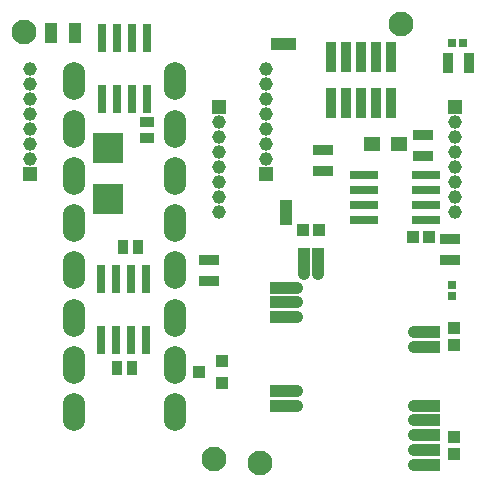
<source format=gts>
%FSLAX24Y24*%
%MOIN*%
G70*
G01*
G75*
G04 Layer_Color=8388736*
%ADD10C,0.0098*%
%ADD11R,0.0354X0.0315*%
%ADD12C,0.0276*%
%ADD13R,0.0276X0.0394*%
%ADD14R,0.0236X0.0886*%
%ADD15R,0.0591X0.0295*%
%ADD16R,0.0295X0.0591*%
%ADD17R,0.0354X0.0315*%
%ADD18R,0.0492X0.0433*%
%ADD19R,0.0906X0.0906*%
%ADD20R,0.0315X0.0354*%
%ADD21R,0.0197X0.0236*%
%ADD22R,0.0236X0.0197*%
%ADD23R,0.0394X0.0276*%
%ADD24R,0.0315X0.0630*%
%ADD25R,0.0846X0.0335*%
%ADD26C,0.0335*%
%ADD27R,0.0335X0.0846*%
%ADD28R,0.0886X0.0236*%
%ADD29R,0.0299X0.0945*%
%ADD30C,0.0100*%
%ADD31C,0.0079*%
%ADD32C,0.0138*%
%ADD33C,0.0118*%
%ADD34O,0.0669X0.1181*%
%ADD35R,0.0380X0.0380*%
%ADD36C,0.0380*%
%ADD37C,0.0380*%
%ADD38R,0.0630X0.0315*%
%ADD39R,0.0906X0.0236*%
%ADD40R,0.0630X0.1063*%
%ADD41R,0.0358X0.0480*%
%ADD42R,0.0480X0.0358*%
%ADD43R,0.0118X0.0295*%
%ADD44R,0.2165X0.0827*%
%ADD45C,0.0236*%
%ADD46C,0.0394*%
%ADD47C,0.0039*%
%ADD48C,0.0063*%
%ADD49R,0.0433X0.0246*%
%ADD50R,0.0246X0.0433*%
%ADD51R,0.0434X0.0395*%
%ADD52C,0.0827*%
%ADD53R,0.0356X0.0474*%
%ADD54R,0.0316X0.0966*%
%ADD55R,0.0671X0.0375*%
%ADD56R,0.0375X0.0671*%
%ADD57R,0.0434X0.0395*%
%ADD58R,0.0572X0.0513*%
%ADD59R,0.0986X0.0986*%
%ADD60R,0.0395X0.0434*%
%ADD61R,0.0277X0.0316*%
%ADD62R,0.0316X0.0277*%
%ADD63R,0.0474X0.0356*%
%ADD64R,0.0395X0.0710*%
%ADD65R,0.0926X0.0415*%
%ADD66C,0.0415*%
%ADD67R,0.0415X0.0926*%
%ADD68R,0.0966X0.0316*%
%ADD69R,0.0379X0.1025*%
%ADD70O,0.0749X0.1261*%
%ADD71R,0.0460X0.0460*%
%ADD72C,0.0460*%
D49*
X9331Y9021D02*
D03*
D50*
X9247Y14646D02*
D03*
D51*
X9331Y9232D02*
D03*
Y8799D02*
D03*
X14921Y984D02*
D03*
Y1535D02*
D03*
X14921Y4606D02*
D03*
Y5157D02*
D03*
D52*
X8465Y669D02*
D03*
X13150Y15315D02*
D03*
X6929Y787D02*
D03*
X591Y15039D02*
D03*
D53*
X3878Y7874D02*
D03*
X4390D02*
D03*
X3689Y3819D02*
D03*
X4201D02*
D03*
D54*
X3187Y14843D02*
D03*
Y12795D02*
D03*
X3687D02*
D03*
X4187D02*
D03*
X4687D02*
D03*
X3687Y14843D02*
D03*
X4187D02*
D03*
X4687D02*
D03*
X3148Y6811D02*
D03*
Y4764D02*
D03*
X3648D02*
D03*
X4148D02*
D03*
X4648D02*
D03*
X3648Y6811D02*
D03*
X4148D02*
D03*
X4648D02*
D03*
D55*
X10551Y10404D02*
D03*
Y11093D02*
D03*
X13898Y10915D02*
D03*
Y11604D02*
D03*
X14803Y7451D02*
D03*
Y8140D02*
D03*
X6772Y6742D02*
D03*
Y7431D02*
D03*
D56*
X14734Y14016D02*
D03*
X15423D02*
D03*
D57*
X6417Y3701D02*
D03*
X7205Y3327D02*
D03*
Y4075D02*
D03*
D58*
X12175Y11299D02*
D03*
X13100D02*
D03*
D59*
X3386Y9469D02*
D03*
Y11171D02*
D03*
D60*
X9882Y8425D02*
D03*
X10433D02*
D03*
X13543Y8189D02*
D03*
X14094D02*
D03*
X9035Y14646D02*
D03*
X9469D02*
D03*
D61*
X14843Y6614D02*
D03*
Y6220D02*
D03*
D62*
Y14685D02*
D03*
X15236D02*
D03*
D63*
X4685Y11516D02*
D03*
Y12028D02*
D03*
D64*
X1496Y15001D02*
D03*
X2283D02*
D03*
D65*
X9262Y2579D02*
D03*
Y3071D02*
D03*
Y5531D02*
D03*
Y6024D02*
D03*
Y6516D02*
D03*
X14006Y1102D02*
D03*
Y610D02*
D03*
Y1594D02*
D03*
Y4547D02*
D03*
Y2087D02*
D03*
Y2579D02*
D03*
Y5039D02*
D03*
D66*
X9685Y3071D02*
D03*
Y2579D02*
D03*
Y5531D02*
D03*
Y6024D02*
D03*
Y6516D02*
D03*
X9911Y6959D02*
D03*
X13583Y610D02*
D03*
Y1102D02*
D03*
Y1594D02*
D03*
Y2087D02*
D03*
Y2579D02*
D03*
Y4547D02*
D03*
X10404Y6959D02*
D03*
X13583Y5039D02*
D03*
D67*
X9911Y7382D02*
D03*
X10404D02*
D03*
D68*
X11929Y8778D02*
D03*
Y9278D02*
D03*
Y9778D02*
D03*
Y10278D02*
D03*
X13976Y8778D02*
D03*
Y9778D02*
D03*
Y9278D02*
D03*
Y10278D02*
D03*
D69*
X12311Y14193D02*
D03*
Y12657D02*
D03*
X12811Y14193D02*
D03*
Y12657D02*
D03*
X11811Y14193D02*
D03*
Y12657D02*
D03*
X11311Y14193D02*
D03*
Y12657D02*
D03*
X10811Y14193D02*
D03*
Y12657D02*
D03*
D70*
X5630Y2362D02*
D03*
Y3937D02*
D03*
Y5512D02*
D03*
Y7087D02*
D03*
Y8661D02*
D03*
Y10236D02*
D03*
Y11811D02*
D03*
Y13386D02*
D03*
X2244Y2362D02*
D03*
Y3937D02*
D03*
Y7087D02*
D03*
Y5512D02*
D03*
Y8661D02*
D03*
Y10236D02*
D03*
Y11811D02*
D03*
Y13386D02*
D03*
D71*
X8661Y10311D02*
D03*
X7087Y12524D02*
D03*
X787Y10311D02*
D03*
X14961Y12524D02*
D03*
D72*
X8661Y11311D02*
D03*
Y11811D02*
D03*
X8661Y13312D02*
D03*
Y13812D02*
D03*
X8661Y12811D02*
D03*
Y12311D02*
D03*
Y10811D02*
D03*
X7087Y9024D02*
D03*
X7087Y11524D02*
D03*
Y11024D02*
D03*
Y9524D02*
D03*
Y10524D02*
D03*
Y10024D02*
D03*
Y12024D02*
D03*
X787Y12811D02*
D03*
Y12311D02*
D03*
Y13311D02*
D03*
Y10811D02*
D03*
Y11811D02*
D03*
Y11311D02*
D03*
X787Y13810D02*
D03*
X14961Y10524D02*
D03*
Y11024D02*
D03*
Y10024D02*
D03*
Y12024D02*
D03*
Y11524D02*
D03*
X14961Y9023D02*
D03*
Y9523D02*
D03*
M02*

</source>
